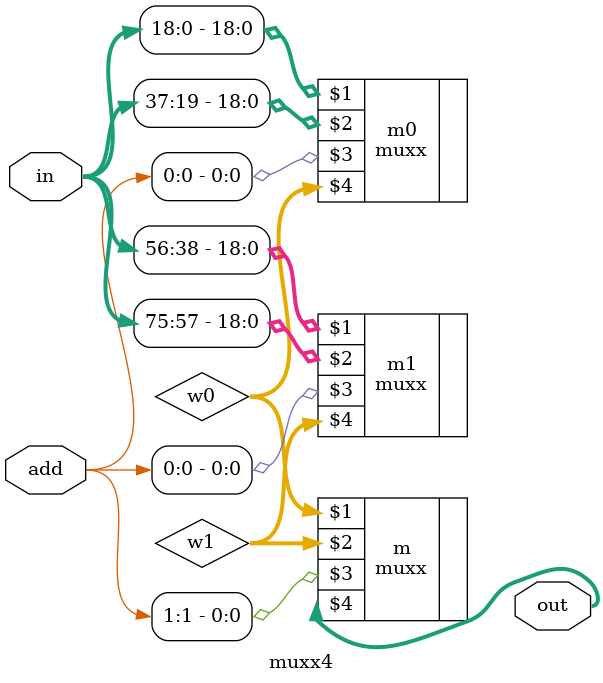
<source format=v>
`timescale 1ns / 1ps


module muxx4(
    input [75:0] in,
    output [18:0] out,
    input [1:0] add
    );
    wire [18:0] w0;
    wire [18:0] w1;
    muxx m0(in[18:0],in[37:19],add[0],w0);
    muxx m1(in[56:38],in[75:57],add[0],w1);
    muxx m(w0,w1,add[1],out);
endmodule

</source>
